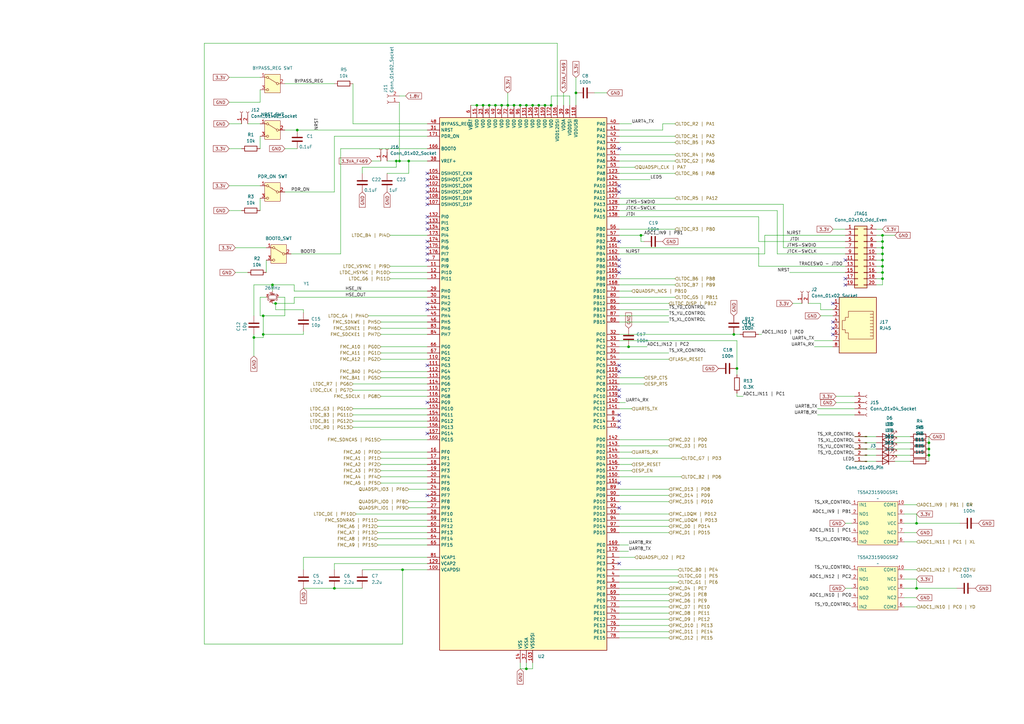
<source format=kicad_sch>
(kicad_sch (version 20231120) (generator "eeschema") (generator_version "8.0")
  (paper "A3")
  (lib_symbols
    (symbol "Connector:Conn_01x02_Socket" (pin_names (offset 1.016) hide)
      (property "Reference" "J" (at 0 2.54 0))
      (property "Value" "Conn_01x02_Socket" (at 0 -5.08 0))
      (symbol "Conn_01x02_Socket_1_1"
        (pin passive line (at -5.08 0 0) (length 3.81) (name "Pin_1") (number "1"))
        (pin passive line (at -5.08 -2.54 0) (length 3.81) (name "Pin_2") (number "2"))
      )
    )
    (symbol "Connector:Conn_01x04_Socket" (pin_names (offset 1.016) hide)
      (property "Reference" "J" (at 0 5.08 0))
      (property "Value" "Conn_01x04_Socket" (at 0 -7.62 0))
      (symbol "Conn_01x04_Socket_1_1"
        (pin passive line (at -5.08 2.54 0) (length 3.81) (name "Pin_1") (number "1"))
        (pin passive line (at -5.08 0 0) (length 3.81) (name "Pin_2") (number "2"))
        (pin passive line (at -5.08 -2.54 0) (length 3.81) (name "Pin_3") (number "3"))
        (pin passive line (at -5.08 -5.08 0) (length 3.81) (name "Pin_4") (number "4"))
      )
    )
    (symbol "Connector:Conn_01x05_Pin" (pin_names (offset 1.016) hide)
      (property "Reference" "J" (at 0 7.62 0))
      (property "Value" "Conn_01x05_Pin" (at 0 -7.62 0))
      (symbol "Conn_01x05_Pin_1_1"
        (pin passive line (at 5.08 5.08 180) (length 3.81) (name "Pin_1") (number "1"))
        (pin passive line (at 5.08 2.54 180) (length 3.81) (name "Pin_2") (number "2"))
        (pin passive line (at 5.08 0 180) (length 3.81) (name "Pin_3") (number "3"))
        (pin passive line (at 5.08 -2.54 180) (length 3.81) (name "Pin_4") (number "4"))
        (pin passive line (at 5.08 -5.08 180) (length 3.81) (name "Pin_5") (number "5"))
      )
    )
    (symbol "Connector:RJ45" (pin_names (offset 1.016))
      (property "Reference" "J" (at -5.08 13.97 0))
      (property "Value" "RJ45" (at 2.54 13.97 0))
      (symbol "RJ45_1_1"
        (pin passive line (at 10.16 -7.62 180) (length 2.54) (name "~") (number "1"))
        (pin passive line (at 10.16 -5.08 180) (length 2.54) (name "~") (number "2"))
        (pin passive line (at 10.16 -2.54 180) (length 2.54) (name "~") (number "3"))
        (pin passive line (at 10.16 0 180) (length 2.54) (name "~") (number "4"))
        (pin passive line (at 10.16 2.54 180) (length 2.54) (name "~") (number "5"))
        (pin passive line (at 10.16 5.08 180) (length 2.54) (name "~") (number "6"))
        (pin passive line (at 10.16 7.62 180) (length 2.54) (name "~") (number "7"))
        (pin passive line (at 10.16 10.16 180) (length 2.54) (name "~") (number "8"))
      )
    )
    (symbol "Connector_Generic:Conn_02x10_Odd_Even" (pin_names (offset 1.016) hide)
      (property "Reference" "J" (at 1.27 12.7 0))
      (property "Value" "Conn_02x10_Odd_Even" (at 1.27 -15.24 0))
      (symbol "Conn_02x10_Odd_Even_1_1"
        (pin passive line (at -5.08 10.16 0) (length 3.81) (name "Pin_1") (number "1"))
        (pin passive line (at 7.62 0 180) (length 3.81) (name "Pin_10") (number "10"))
        (pin passive line (at -5.08 -2.54 0) (length 3.81) (name "Pin_11") (number "11"))
        (pin passive line (at 7.62 -2.54 180) (length 3.81) (name "Pin_12") (number "12"))
        (pin passive line (at -5.08 -5.08 0) (length 3.81) (name "Pin_13") (number "13"))
        (pin passive line (at 7.62 -5.08 180) (length 3.81) (name "Pin_14") (number "14"))
        (pin passive line (at -5.08 -7.62 0) (length 3.81) (name "Pin_15") (number "15"))
        (pin passive line (at 7.62 -7.62 180) (length 3.81) (name "Pin_16") (number "16"))
        (pin passive line (at -5.08 -10.16 0) (length 3.81) (name "Pin_17") (number "17"))
        (pin passive line (at 7.62 -10.16 180) (length 3.81) (name "Pin_18") (number "18"))
        (pin passive line (at -5.08 -12.7 0) (length 3.81) (name "Pin_19") (number "19"))
        (pin passive line (at 7.62 10.16 180) (length 3.81) (name "Pin_2") (number "2"))
        (pin passive line (at 7.62 -12.7 180) (length 3.81) (name "Pin_20") (number "20"))
        (pin passive line (at -5.08 7.62 0) (length 3.81) (name "Pin_3") (number "3"))
        (pin passive line (at 7.62 7.62 180) (length 3.81) (name "Pin_4") (number "4"))
        (pin passive line (at -5.08 5.08 0) (length 3.81) (name "Pin_5") (number "5"))
        (pin passive line (at 7.62 5.08 180) (length 3.81) (name "Pin_6") (number "6"))
        (pin passive line (at -5.08 2.54 0) (length 3.81) (name "Pin_7") (number "7"))
        (pin passive line (at 7.62 2.54 180) (length 3.81) (name "Pin_8") (number "8"))
        (pin passive line (at -5.08 0 0) (length 3.81) (name "Pin_9") (number "9"))
      )
    )
    (symbol "Device:C" (pin_numbers hide) (pin_names (offset 0.254))
      (property "Reference" "C" (at 0.635 2.54 0))
      (property "Value" "C" (at 0.635 -2.54 0))
      (symbol "C_1_1"
        (pin passive line (at 0 3.81 270) (length 2.794) (name "~") (number "1"))
        (pin passive line (at 0 -3.81 90) (length 2.794) (name "~") (number "2"))
      )
    )
    (symbol "Device:Crystal_GND24_Small" (pin_names (offset 1.016) hide)
      (property "Reference" "Y" (at 1.27 4.445 0))
      (property "Value" "Crystal_GND24_Small" (at 1.27 2.54 0))
      (symbol "Crystal_GND24_Small_1_1"
        (pin passive line (at -2.54 0 0) (length 1.27) (name "1") (number "1"))
        (pin passive line (at 0 -2.54 90) (length 0.635) (name "2") (number "2"))
        (pin passive line (at 2.54 0 180) (length 1.27) (name "3") (number "3"))
        (pin passive line (at 0 2.54 270) (length 0.635) (name "4") (number "4"))
      )
    )
    (symbol "Device:LED" (pin_numbers hide) (pin_names (offset 1.016) hide)
      (property "Reference" "D" (at 0 2.54 0))
      (property "Value" "LED" (at 0 -2.54 0))
      (symbol "LED_1_1"
        (pin passive line (at -3.81 0 0) (length 2.54) (name "K") (number "1"))
        (pin passive line (at 3.81 0 180) (length 2.54) (name "A") (number "2"))
      )
    )
    (symbol "Device:R" (pin_numbers hide) (pin_names (offset 0))
      (property "Reference" "R" (at 2.032 0 90))
      (property "Value" "R" (at 0 0 90))
      (symbol "R_1_1"
        (pin passive line (at 0 3.81 270) (length 1.27) (name "~") (number "1"))
        (pin passive line (at 0 -3.81 90) (length 1.27) (name "~") (number "2"))
      )
    )
    (symbol "MCU_ST_STM32F4:STM32F469IITx"
      (property "Reference" "U1" (at 7.2741 -111.76 0))
      (property "Value" "STM32F469IITx" (at 7.2741 -114.3 0))
      (symbol "STM32F469IITx_1_1"
        (pin bidirectional line (at 40.64 -71.12 180) (length 5.08) (name "PE2") (number "1"))
        (pin bidirectional line (at 40.64 -17.78 180) (length 5.08) (name "PC15") (number "10"))
        (pin power_out line (at -38.1 -76.2 0) (length 5.08) (name "VCAPDSI") (number "100"))
        (pin bidirectional line (at -38.1 78.74 0) (length 5.08) (name "DSIHOST_D0P") (number "101"))
        (pin bidirectional line (at -38.1 81.28 0) (length 5.08) (name "DSIHOST_D0N") (number "102"))
        (pin power_in line (at 5.08 -114.3 90) (length 5.08) (name "VSSDSI") (number "103"))
        (pin bidirectional line (at -38.1 83.82 0) (length 5.08) (name "DSIHOST_CKP") (number "104"))
        (pin bidirectional line (at -38.1 86.36 0) (length 5.08) (name "DSIHOST_CKN") (number "105"))
        (pin power_in line (at 15.24 114.3 270) (length 5.08) (name "VDD12DSI") (number "106"))
        (pin bidirectional line (at -38.1 73.66 0) (length 5.08) (name "DSIHOST_D1P") (number "107"))
        (pin bidirectional line (at -38.1 76.2 0) (length 5.08) (name "DSIHOST_D1N") (number "108"))
        (pin passive line (at 5.08 -114.3 90) (length 5.08) hide (name "VSSDSI") (number "109"))
        (pin bidirectional line (at -38.1 48.26 0) (length 5.08) (name "PI9") (number "11"))
        (pin bidirectional line (at -38.1 10.16 0) (length 5.08) (name "PG2") (number "110"))
        (pin bidirectional line (at -38.1 7.62 0) (length 5.08) (name "PG3") (number "111"))
        (pin bidirectional line (at -38.1 5.08 0) (length 5.08) (name "PG4") (number "112"))
        (pin bidirectional line (at -38.1 2.54 0) (length 5.08) (name "PG5") (number "113"))
        (pin bidirectional line (at -38.1 0 0) (length 5.08) (name "PG6") (number "114"))
        (pin bidirectional line (at -38.1 -2.54 0) (length 5.08) (name "PG7") (number "115"))
        (pin bidirectional line (at -38.1 -5.08 0) (length 5.08) (name "PG8") (number "116"))
        (pin passive line (at 0 -114.3 90) (length 5.08) hide (name "VSS") (number "117"))
        (pin power_in line (at 22.86 114.3 270) (length 5.08) (name "VDDUSB") (number "118"))
        (pin bidirectional line (at 40.64 5.08 180) (length 5.08) (name "PC6") (number "119"))
        (pin bidirectional line (at -38.1 45.72 0) (length 5.08) (name "PI10") (number "12"))
        (pin bidirectional line (at 40.64 2.54 180) (length 5.08) (name "PC7") (number "120"))
        (pin bidirectional line (at 40.64 0 180) (length 5.08) (name "PC8") (number "121"))
        (pin bidirectional line (at 40.64 -2.54 180) (length 5.08) (name "PC9") (number "122"))
        (pin bidirectional line (at 40.64 86.36 180) (length 5.08) (name "PA8") (number "123"))
        (pin bidirectional line (at 40.64 83.82 180) (length 5.08) (name "PA9") (number "124"))
        (pin bidirectional line (at 40.64 81.28 180) (length 5.08) (name "PA10") (number "125"))
        (pin bidirectional line (at 40.64 78.74 180) (length 5.08) (name "PA11") (number "126"))
        (pin bidirectional line (at 40.64 76.2 180) (length 5.08) (name "PA12") (number "127"))
        (pin bidirectional line (at 40.64 73.66 180) (length 5.08) (name "PA13") (number "128"))
        (pin power_out line (at -38.1 -73.66 0) (length 5.08) (name "VCAP2") (number "129"))
        (pin bidirectional line (at -38.1 43.18 0) (length 5.08) (name "PI11") (number "13"))
        (pin passive line (at 0 -114.3 90) (length 5.08) hide (name "VSS") (number "130"))
        (pin power_in line (at 2.54 114.3 270) (length 5.08) (name "VDD") (number "131"))
        (pin bidirectional line (at -38.1 68.58 0) (length 5.08) (name "PI0") (number "132"))
        (pin bidirectional line (at -38.1 66.04 0) (length 5.08) (name "PI1") (number "133"))
        (pin bidirectional line (at -38.1 63.5 0) (length 5.08) (name "PI3") (number "134"))
        (pin passive line (at 0 -114.3 90) (length 5.08) hide (name "VSS") (number "135"))
        (pin power_in line (at 5.08 114.3 270) (length 5.08) (name "VDD") (number "136"))
        (pin bidirectional line (at 40.64 71.12 180) (length 5.08) (name "PA14") (number "137"))
        (pin bidirectional line (at 40.64 68.58 180) (length 5.08) (name "PA15") (number "138"))
        (pin bidirectional line (at 40.64 -5.08 180) (length 5.08) (name "PC10") (number "139"))
        (pin power_in line (at 0 -114.3 90) (length 5.08) (name "VSS") (number "14"))
        (pin bidirectional line (at 40.64 -7.62 180) (length 5.08) (name "PC11") (number "140"))
        (pin bidirectional line (at 40.64 -10.16 180) (length 5.08) (name "PC12") (number "141"))
        (pin bidirectional line (at 40.64 -22.86 180) (length 5.08) (name "PD0") (number "142"))
        (pin bidirectional line (at 40.64 -25.4 180) (length 5.08) (name "PD1") (number "143"))
        (pin bidirectional line (at 40.64 -27.94 180) (length 5.08) (name "PD2") (number "144"))
        (pin bidirectional line (at 40.64 -30.48 180) (length 5.08) (name "PD3") (number "145"))
        (pin bidirectional line (at 40.64 -33.02 180) (length 5.08) (name "PD4") (number "146"))
        (pin bidirectional line (at 40.64 -35.56 180) (length 5.08) (name "PD5") (number "147"))
        (pin passive line (at 0 -114.3 90) (length 5.08) hide (name "VSS") (number "148"))
        (pin power_in line (at 7.62 114.3 270) (length 5.08) (name "VDD") (number "149"))
        (pin power_in line (at -17.78 114.3 270) (length 5.08) (name "VDD") (number "15"))
        (pin bidirectional line (at 40.64 -38.1 180) (length 5.08) (name "PD6") (number "150"))
        (pin bidirectional line (at 40.64 -40.64 180) (length 5.08) (name "PD7") (number "151"))
        (pin bidirectional line (at -38.1 -7.62 0) (length 5.08) (name "PG9") (number "152"))
        (pin bidirectional line (at -38.1 -10.16 0) (length 5.08) (name "PG10") (number "153"))
        (pin bidirectional line (at -38.1 -12.7 0) (length 5.08) (name "PG11") (number "154"))
        (pin bidirectional line (at -38.1 -15.24 0) (length 5.08) (name "PG12") (number "155"))
        (pin bidirectional line (at -38.1 -17.78 0) (length 5.08) (name "PG13") (number "156"))
        (pin bidirectional line (at -38.1 -20.32 0) (length 5.08) (name "PG14") (number "157"))
        (pin passive line (at 0 -114.3 90) (length 5.08) hide (name "VSS") (number "158"))
        (pin power_in line (at 10.16 114.3 270) (length 5.08) (name "VDD") (number "159"))
        (pin bidirectional line (at -38.1 -27.94 0) (length 5.08) (name "PF0") (number "16"))
        (pin bidirectional line (at -38.1 -22.86 0) (length 5.08) (name "PG15") (number "160"))
        (pin bidirectional line (at 40.64 55.88 180) (length 5.08) (name "PB3") (number "161"))
        (pin bidirectional line (at 40.64 53.34 180) (length 5.08) (name "PB4") (number "162"))
        (pin bidirectional line (at 40.64 50.8 180) (length 5.08) (name "PB5") (number "163"))
        (pin bidirectional line (at 40.64 48.26 180) (length 5.08) (name "PB6") (number "164"))
        (pin bidirectional line (at 40.64 45.72 180) (length 5.08) (name "PB7") (number "165"))
        (pin input line (at -38.1 96.52 0) (length 5.08) (name "BOOT0") (number "166"))
        (pin bidirectional line (at 40.64 43.18 180) (length 5.08) (name "PB8") (number "167"))
        (pin bidirectional line (at 40.64 40.64 180) (length 5.08) (name "PB9") (number "168"))
        (pin bidirectional line (at 40.64 -66.04 180) (length 5.08) (name "PE0") (number "169"))
        (pin bidirectional line (at -38.1 -30.48 0) (length 5.08) (name "PF1") (number "17"))
        (pin bidirectional line (at 40.64 -68.58 180) (length 5.08) (name "PE1") (number "170"))
        (pin input line (at -38.1 101.6 0) (length 5.08) (name "PDR_ON") (number "171"))
        (pin power_in line (at 12.7 114.3 270) (length 5.08) (name "VDD") (number "172"))
        (pin bidirectional line (at -38.1 60.96 0) (length 5.08) (name "PI4") (number "173"))
        (pin bidirectional line (at -38.1 58.42 0) (length 5.08) (name "PI5") (number "174"))
        (pin bidirectional line (at -38.1 55.88 0) (length 5.08) (name "PI6") (number "175"))
        (pin bidirectional line (at -38.1 53.34 0) (length 5.08) (name "PI7") (number "176"))
        (pin bidirectional line (at -38.1 -33.02 0) (length 5.08) (name "PF2") (number "18"))
        (pin bidirectional line (at -38.1 -35.56 0) (length 5.08) (name "PF3") (number "19"))
        (pin bidirectional line (at 40.64 -73.66 180) (length 5.08) (name "PE3") (number "2"))
        (pin bidirectional line (at -38.1 -38.1 0) (length 5.08) (name "PF4") (number "20"))
        (pin bidirectional line (at -38.1 -40.64 0) (length 5.08) (name "PF5") (number "21"))
        (pin passive line (at 0 -114.3 90) (length 5.08) hide (name "VSS") (number "22"))
        (pin power_in line (at -15.24 114.3 270) (length 5.08) (name "VDD") (number "23"))
        (pin bidirectional line (at -38.1 -43.18 0) (length 5.08) (name "PF6") (number "24"))
        (pin bidirectional line (at -38.1 -45.72 0) (length 5.08) (name "PF7") (number "25"))
        (pin bidirectional line (at -38.1 -48.26 0) (length 5.08) (name "PF8") (number "26"))
        (pin bidirectional line (at -38.1 -50.8 0) (length 5.08) (name "PF9") (number "27"))
        (pin bidirectional line (at -38.1 -53.34 0) (length 5.08) (name "PF10") (number "28"))
        (pin bidirectional line (at -38.1 38.1 0) (length 5.08) (name "PH0") (number "29"))
        (pin bidirectional line (at 40.64 -76.2 180) (length 5.08) (name "PE4") (number "3"))
        (pin bidirectional line (at -38.1 35.56 0) (length 5.08) (name "PH1") (number "30"))
        (pin input line (at -38.1 104.14 0) (length 5.08) (name "NRST") (number "31"))
        (pin bidirectional line (at 40.64 20.32 180) (length 5.08) (name "PC0") (number "32"))
        (pin bidirectional line (at 40.64 17.78 180) (length 5.08) (name "PC1") (number "33"))
        (pin bidirectional line (at 40.64 15.24 180) (length 5.08) (name "PC2") (number "34"))
        (pin bidirectional line (at 40.64 12.7 180) (length 5.08) (name "PC3") (number "35"))
        (pin power_in line (at -12.7 114.3 270) (length 5.08) (name "VDD") (number "36"))
        (pin power_in line (at 2.54 -114.3 90) (length 5.08) (name "VSSA") (number "37"))
        (pin input line (at -38.1 91.44 0) (length 5.08) (name "VREF+") (number "38"))
        (pin power_in line (at 17.78 114.3 270) (length 5.08) (name "VDDA") (number "39"))
        (pin bidirectional line (at 40.64 -78.74 180) (length 5.08) (name "PE5") (number "4"))
        (pin bidirectional line (at 40.64 106.68 180) (length 5.08) (name "PA0") (number "40"))
        (pin bidirectional line (at 40.64 104.14 180) (length 5.08) (name "PA1") (number "41"))
        (pin bidirectional line (at 40.64 101.6 180) (length 5.08) (name "PA2") (number "42"))
        (pin bidirectional line (at -38.1 33.02 0) (length 5.08) (name "PH2") (number "43"))
        (pin bidirectional line (at -38.1 30.48 0) (length 5.08) (name "PH3") (number "44"))
        (pin bidirectional line (at -38.1 27.94 0) (length 5.08) (name "PH4") (number "45"))
        (pin bidirectional line (at -38.1 25.4 0) (length 5.08) (name "PH5") (number "46"))
        (pin bidirectional line (at 40.64 99.06 180) (length 5.08) (name "PA3") (number "47"))
        (pin input line (at -38.1 106.68 0) (length 5.08) (name "BYPASS_REG") (number "48"))
        (pin power_in line (at -10.16 114.3 270) (length 5.08) (name "VDD") (number "49"))
        (pin bidirectional line (at 40.64 -81.28 180) (length 5.08) (name "PE6") (number "5"))
        (pin bidirectional line (at 40.64 96.52 180) (length 5.08) (name "PA4") (number "50"))
        (pin bidirectional line (at 40.64 93.98 180) (length 5.08) (name "PA5") (number "51"))
        (pin bidirectional line (at 40.64 91.44 180) (length 5.08) (name "PA6") (number "52"))
        (pin bidirectional line (at 40.64 88.9 180) (length 5.08) (name "PA7") (number "53"))
        (pin bidirectional line (at 40.64 10.16 180) (length 5.08) (name "PC4") (number "54"))
        (pin bidirectional line (at 40.64 7.62 180) (length 5.08) (name "PC5") (number "55"))
        (pin bidirectional line (at 40.64 63.5 180) (length 5.08) (name "PB0") (number "56"))
        (pin bidirectional line (at 40.64 60.96 180) (length 5.08) (name "PB1") (number "57"))
        (pin bidirectional line (at 40.64 58.42 180) (length 5.08) (name "PB2") (number "58"))
        (pin bidirectional line (at -38.1 -55.88 0) (length 5.08) (name "PF11") (number "59"))
        (pin power_in line (at -20.32 114.3 270) (length 5.08) (name "VBAT") (number "6"))
        (pin bidirectional line (at -38.1 -58.42 0) (length 5.08) (name "PF12") (number "60"))
        (pin passive line (at 0 -114.3 90) (length 5.08) hide (name "VSS") (number "61"))
        (pin power_in line (at -7.62 114.3 270) (length 5.08) (name "VDD") (number "62"))
        (pin bidirectional line (at -38.1 -60.96 0) (length 5.08) (name "PF13") (number "63"))
        (pin bidirectional line (at -38.1 -63.5 0) (length 5.08) (name "PF14") (number "64"))
        (pin bidirectional line (at -38.1 -66.04 0) (length 5.08) (name "PF15") (number "65"))
        (pin bidirectional line (at -38.1 15.24 0) (length 5.08) (name "PG0") (number "66"))
        (pin bidirectional line (at -38.1 12.7 0) (length 5.08) (name "PG1") (number "67"))
        (pin bidirectional line (at 40.64 -83.82 180) (length 5.08) (name "PE7") (number "68"))
        (pin bidirectional line (at 40.64 -86.36 180) (length 5.08) (name "PE8") (number "69"))
        (pin bidirectional line (at -38.1 50.8 0) (length 5.08) (name "PI8") (number "7"))
        (pin bidirectional line (at 40.64 -88.9 180) (length 5.08) (name "PE9") (number "70"))
        (pin passive line (at 0 -114.3 90) (length 5.08) hide (name "VSS") (number "71"))
        (pin power_in line (at -5.08 114.3 270) (length 5.08) (name "VDD") (number "72"))
        (pin bidirectional line (at 40.64 -91.44 180) (length 5.08) (name "PE10") (number "73"))
        (pin bidirectional line (at 40.64 -93.98 180) (length 5.08) (name "PE11") (number "74"))
        (pin bidirectional line (at 40.64 -96.52 180) (length 5.08) (name "PE12") (number "75"))
        (pin bidirectional line (at 40.64 -99.06 180) (length 5.08) (name "PE13") (number "76"))
        (pin bidirectional line (at 40.64 -101.6 180) (length 5.08) (name "PE14") (number "77"))
        (pin bidirectional line (at 40.64 -104.14 180) (length 5.08) (name "PE15") (number "78"))
        (pin bidirectional line (at 40.64 38.1 180) (length 5.08) (name "PB10") (number "79"))
        (pin bidirectional line (at 40.64 -12.7 180) (length 5.08) (name "PC13") (number "8"))
        (pin bidirectional line (at 40.64 35.56 180) (length 5.08) (name "PB11") (number "80"))
        (pin power_out line (at -38.1 -71.12 0) (length 5.08) (name "VCAP1") (number "81"))
        (pin power_in line (at -2.54 114.3 270) (length 5.08) (name "VDD") (number "82"))
        (pin bidirectional line (at -38.1 22.86 0) (length 5.08) (name "PH6") (number "83"))
        (pin bidirectional line (at -38.1 20.32 0) (length 5.08) (name "PH7") (number "84"))
        (pin bidirectional line (at 40.64 33.02 180) (length 5.08) (name "PB12") (number "85"))
        (pin bidirectional line (at 40.64 30.48 180) (length 5.08) (name "PB13") (number "86"))
        (pin bidirectional line (at 40.64 27.94 180) (length 5.08) (name "PB14") (number "87"))
        (pin bidirectional line (at 40.64 25.4 180) (length 5.08) (name "PB15") (number "88"))
        (pin bidirectional line (at 40.64 -43.18 180) (length 5.08) (name "PD8") (number "89"))
        (pin bidirectional line (at 40.64 -15.24 180) (length 5.08) (name "PC14") (number "9"))
        (pin bidirectional line (at 40.64 -45.72 180) (length 5.08) (name "PD9") (number "90"))
        (pin bidirectional line (at 40.64 -48.26 180) (length 5.08) (name "PD10") (number "91"))
        (pin bidirectional line (at 40.64 -50.8 180) (length 5.08) (name "PD11") (number "92"))
        (pin bidirectional line (at 40.64 -53.34 180) (length 5.08) (name "PD12") (number "93"))
        (pin bidirectional line (at 40.64 -55.88 180) (length 5.08) (name "PD13") (number "94"))
        (pin passive line (at 0 -114.3 90) (length 5.08) hide (name "VSS") (number "95"))
        (pin power_in line (at 0 114.3 270) (length 5.08) (name "VDD") (number "96"))
        (pin bidirectional line (at 40.64 -58.42 180) (length 5.08) (name "PD14") (number "97"))
        (pin bidirectional line (at 40.64 -60.96 180) (length 5.08) (name "PD15") (number "98"))
        (pin power_in line (at 20.32 114.3 270) (length 5.08) (name "VDDDSI") (number "99"))
      )
    )
    (symbol "Switch:SW_SPDT" (pin_names (offset 0) hide)
      (property "Reference" "SW" (at 0 5.08 0))
      (property "Value" "SW_SPDT" (at 0 -5.08 0))
      (symbol "SW_SPDT_1_1"
        (pin passive line (at 5.08 2.54 180) (length 2.54) (name "A") (number "1"))
        (pin passive line (at -5.08 0 0) (length 2.54) (name "B") (number "2"))
        (pin passive line (at 5.08 -2.54 180) (length 2.54) (name "C") (number "3"))
      )
    )
    (symbol "TS5A23159DGSR:TS5A23159DGSR"
      (property "Reference" "TS5A23159DGSR" (at -0.508 -10.668 0))
      (symbol "TS5A23159DGSR_1_1"
        (pin input line (at -11.43 7.62 0) (length 2.54) (name "IN1") (number "1"))
        (pin bidirectional line (at 10.16 7.62 180) (length 2.54) (name "COM1") (number "10"))
        (pin bidirectional line (at -11.43 3.81 0) (length 2.54) (name "NO1") (number "2"))
        (pin input line (at -11.43 0 0) (length 2.54) (name "GND") (number "3"))
        (pin bidirectional line (at -11.43 -3.81 0) (length 2.54) (name "NO2") (number "4"))
        (pin input line (at -11.43 -7.62 0) (length 2.54) (name "IN2") (number "5"))
        (pin bidirectional line (at 10.16 -7.62 180) (length 2.54) (name "COM2") (number "6"))
        (pin bidirectional line (at 10.16 -3.81 180) (length 2.54) (name "NC2") (number "7"))
        (pin input line (at 10.16 0 180) (length 2.54) (name "VCC") (number "8"))
        (pin bidirectional line (at 10.16 3.81 180) (length 2.54) (name "NC1") (number "9"))
      )
    )
  )
  (junction (at 107.95 129.54))
  (junction (at 361.95 106.68))
  (junction (at 200.66 43.18))
  (junction (at 375.92 214.63))
  (junction (at 121.92 53.34))
  (junction (at 205.74 43.18))
  (junction (at 215.9 274.32))
  (junction (at 257.81 142.24))
  (junction (at 236.22 38.1))
  (junction (at 226.06 43.18))
  (junction (at 198.12 43.18))
  (junction (at 361.95 96.52))
  (junction (at 381 186.69))
  (junction (at 381 184.15))
  (junction (at 361.95 99.06))
  (junction (at 208.28 43.18))
  (junction (at 300.99 137.16))
  (junction (at 223.52 43.18))
  (junction (at 262.89 96.52))
  (junction (at 361.95 114.3))
  (junction (at 162.56 66.04))
  (junction (at 375.92 241.3))
  (junction (at 203.2 43.18))
  (junction (at 361.95 111.76))
  (junction (at 104.14 138.43))
  (junction (at 107.95 137.16))
  (junction (at 361.95 109.22))
  (junction (at 213.36 43.18))
  (junction (at 113.03 124.46))
  (junction (at 220.98 43.18))
  (junction (at 361.95 101.6))
  (junction (at 137.16 241.3))
  (junction (at 165.1 233.68))
  (junction (at 167.64 66.04))
  (junction (at 381 181.61))
  (junction (at 163.83 66.04))
  (junction (at 361.95 104.14))
  (junction (at 215.9 43.18))
  (junction (at 195.58 43.18))
  (junction (at 210.82 43.18))
  (junction (at 218.44 43.18))
  (junction (at 111.76 116.84))
  (junction (at 302.26 151.13))
  (no_connect (at 175.26 78.74))
  (no_connect (at 175.26 73.66))
  (no_connect (at 254 76.2))
  (no_connect (at 175.26 91.44))
  (no_connect (at 254 106.68))
  (no_connect (at 254 149.86))
  (no_connect (at 175.26 104.14))
  (no_connect (at 175.26 106.68))
  (no_connect (at 175.26 71.12))
  (no_connect (at 175.26 101.6))
  (no_connect (at 254 111.76))
  (no_connect (at 254 198.12))
  (no_connect (at 254 99.06))
  (no_connect (at 341.63 134.62))
  (no_connect (at 254 109.22))
  (no_connect (at 254 160.02))
  (no_connect (at 175.26 99.06))
  (no_connect (at 175.26 177.8))
  (no_connect (at 341.63 124.46))
  (no_connect (at 175.26 149.86))
  (no_connect (at 254 170.18))
  (no_connect (at 175.26 124.46))
  (no_connect (at 175.26 88.9))
  (no_connect (at 254 172.72))
  (no_connect (at 254 231.14))
  (no_connect (at 346.71 106.68))
  (no_connect (at 175.26 76.2))
  (no_connect (at 254 78.74))
  (no_connect (at 254 152.4))
  (no_connect (at 175.26 165.1))
  (no_connect (at 254 175.26))
  (no_connect (at 254 208.28))
  (no_connect (at 175.26 83.82))
  (no_connect (at 341.63 132.08))
  (no_connect (at 175.26 81.28))
  (no_connect (at 175.26 203.2))
  (no_connect (at 341.63 137.16))
  (no_connect (at 254 60.96))
  (no_connect (at 346.71 116.84))
  (no_connect (at 175.26 127))
  (no_connect (at 346.71 114.3))
  (no_connect (at 254 162.56))
  (no_connect (at 175.26 93.98))
  (wire (pts (xy 375.92 237.49) (xy 375.92 241.3)))
  (wire (pts (xy 254 185.42) (xy 259.08 185.42)))
  (wire (pts (xy 156.21 187.96) (xy 175.26 187.96)))
  (wire (pts (xy 334.01 139.7) (xy 341.63 139.7)))
  (wire (pts (xy 367.03 179.07) (xy 373.38 179.07)))
  (wire (pts (xy 381 181.61) (xy 381 184.15)))
  (wire (pts (xy 254 132.08) (xy 274.32 132.08)))
  (wire (pts (xy 254 236.22) (xy 278.13 236.22)))
  (wire (pts (xy 144.78 175.26) (xy 175.26 175.26)))
  (wire (pts (xy 116.84 121.92) (xy 114.3 121.92)))
  (wire (pts (xy 120.65 121.92) (xy 120.65 124.46)))
  (wire (pts (xy 93.98 41.91) (xy 106.68 41.91)))
  (wire (pts (xy 144.78 160.02) (xy 175.26 160.02)))
  (wire (pts (xy 254 223.52) (xy 257.81 223.52)))
  (wire (pts (xy 254 261.62) (xy 274.32 261.62)))
  (wire (pts (xy 254 127) (xy 274.32 127)))
  (wire (pts (xy 156.21 137.16) (xy 175.26 137.16)))
  (wire (pts (xy 137.16 55.88) (xy 175.26 55.88)))
  (wire (pts (xy 119.38 104.14) (xy 139.7 104.14)))
  (wire (pts (xy 106.68 81.28) (xy 106.68 86.36)))
  (wire (pts (xy 137.16 55.88) (xy 137.16 78.74)))
  (wire (pts (xy 96.52 101.6) (xy 109.22 101.6)))
  (wire (pts (xy 361.95 116.84) (xy 361.95 114.3)))
  (wire (pts (xy 381 184.15) (xy 381 186.69)))
  (wire (pts (xy 139.7 60.96) (xy 175.26 60.96)))
  (wire (pts (xy 262.89 99.06) (xy 262.89 96.52)))
  (wire (pts (xy 254 96.52) (xy 262.89 96.52)))
  (wire (pts (xy 254 71.12) (xy 276.86 71.12)))
  (wire (pts (xy 144.78 170.18) (xy 175.26 170.18)))
  (wire (pts (xy 302.26 151.13) (xy 302.26 153.67)))
  (wire (pts (xy 254 259.08) (xy 274.32 259.08)))
  (wire (pts (xy 116.84 129.54) (xy 116.84 121.92)))
  (wire (pts (xy 107.95 137.16) (xy 124.46 137.16)))
  (wire (pts (xy 137.16 241.3) (xy 148.59 241.3)))
  (wire (pts (xy 334.01 142.24) (xy 341.63 142.24)))
  (wire (pts (xy 254 58.42) (xy 276.86 58.42)))
  (wire (pts (xy 254 256.54) (xy 274.32 256.54)))
  (wire (pts (xy 342.9 162.56) (xy 350.52 162.56)))
  (wire (pts (xy 370.84 248.92) (xy 375.92 248.92)))
  (wire (pts (xy 193.04 43.18) (xy 195.58 43.18)))
  (wire (pts (xy 311.15 109.22) (xy 346.71 109.22)))
  (wire (pts (xy 124.46 137.16) (xy 124.46 135.89)))
  (wire (pts (xy 162.56 66.04) (xy 163.83 66.04)))
  (wire (pts (xy 367.03 184.15) (xy 373.38 184.15)))
  (wire (pts (xy 107.95 129.54) (xy 107.95 137.16)))
  (wire (pts (xy 120.65 121.92) (xy 175.26 121.92)))
  (wire (pts (xy 160.02 114.3) (xy 175.26 114.3)))
  (wire (pts (xy 361.95 106.68) (xy 359.41 106.68)))
  (wire (pts (xy 254 129.54) (xy 274.32 129.54)))
  (wire (pts (xy 107.95 138.43) (xy 107.95 137.16)))
  (wire (pts (xy 254 83.82) (xy 321.31 83.82)))
  (wire (pts (xy 165.1 264.16) (xy 165.1 233.68)))
  (wire (pts (xy 359.41 114.3) (xy 361.95 114.3)))
  (wire (pts (xy 370.84 207.01) (xy 375.92 207.01)))
  (wire (pts (xy 254 142.24) (xy 257.81 142.24)))
  (wire (pts (xy 254 88.9) (xy 311.15 88.9)))
  (wire (pts (xy 254 205.74) (xy 274.32 205.74)))
  (wire (pts (xy 350.52 179.07) (xy 359.41 179.07)))
  (wire (pts (xy 367.03 189.23) (xy 373.38 189.23)))
  (wire (pts (xy 220.98 43.18) (xy 223.52 43.18)))
  (wire (pts (xy 262.89 96.52) (xy 264.16 96.52)))
  (wire (pts (xy 167.64 71.12) (xy 167.64 66.04)))
  (wire (pts (xy 346.71 214.63) (xy 349.25 214.63)))
  (wire (pts (xy 254 248.92) (xy 274.32 248.92)))
  (wire (pts (xy 160.02 109.22) (xy 175.26 109.22)))
  (wire (pts (xy 233.68 39.37) (xy 226.06 39.37)))
  (wire (pts (xy 116.84 60.96) (xy 121.92 60.96)))
  (wire (pts (xy 359.41 111.76) (xy 361.95 111.76)))
  (wire (pts (xy 215.9 274.32) (xy 213.36 274.32)))
  (wire (pts (xy 254 238.76) (xy 278.13 238.76)))
  (wire (pts (xy 254 187.96) (xy 279.4 187.96)))
  (wire (pts (xy 254 254) (xy 274.32 254)))
  (wire (pts (xy 254 81.28) (xy 276.86 81.28)))
  (wire (pts (xy 208.28 43.18) (xy 210.82 43.18)))
  (wire (pts (xy 393.7 214.63) (xy 375.92 214.63)))
  (wire (pts (xy 254 180.34) (xy 274.32 180.34)))
  (wire (pts (xy 148.59 233.68) (xy 165.1 233.68)))
  (wire (pts (xy 167.64 208.28) (xy 175.26 208.28)))
  (wire (pts (xy 254 190.5) (xy 259.08 190.5)))
  (wire (pts (xy 336.55 127) (xy 341.63 127)))
  (wire (pts (xy 116.84 78.74) (xy 137.16 78.74)))
  (wire (pts (xy 93.98 76.2) (xy 106.68 76.2)))
  (wire (pts (xy 350.52 181.61) (xy 359.41 181.61)))
  (wire (pts (xy 254 210.82) (xy 274.32 210.82)))
  (wire (pts (xy 336.55 129.54) (xy 341.63 129.54)))
  (wire (pts (xy 154.94 218.44) (xy 175.26 218.44)))
  (wire (pts (xy 318.77 104.14) (xy 346.71 104.14)))
  (wire (pts (xy 243.84 38.1) (xy 248.92 38.1)))
  (wire (pts (xy 144.78 50.8) (xy 175.26 50.8)))
  (wire (pts (xy 381 186.69) (xy 381 189.23)))
  (wire (pts (xy 104.14 116.84) (xy 111.76 116.84)))
  (wire (pts (xy 361.95 96.52) (xy 367.03 96.52)))
  (wire (pts (xy 106.68 55.88) (xy 106.68 60.96)))
  (wire (pts (xy 361.95 114.3) (xy 361.95 111.76)))
  (wire (pts (xy 359.41 93.98) (xy 361.95 93.98)))
  (wire (pts (xy 350.52 184.15) (xy 359.41 184.15)))
  (wire (pts (xy 254 182.88) (xy 274.32 182.88)))
  (wire (pts (xy 152.4 66.04) (xy 156.21 66.04)))
  (wire (pts (xy 154.94 215.9) (xy 175.26 215.9)))
  (wire (pts (xy 111.76 119.38) (xy 111.76 116.84)))
  (wire (pts (xy 124.46 127) (xy 124.46 128.27)))
  (wire (pts (xy 223.52 43.18) (xy 226.06 43.18)))
  (wire (pts (xy 254 68.58) (xy 260.35 68.58)))
  (wire (pts (xy 218.44 43.18) (xy 220.98 43.18)))
  (wire (pts (xy 160.02 111.76) (xy 175.26 111.76)))
  (wire (pts (xy 254 73.66) (xy 266.7 73.66)))
  (wire (pts (xy 254 243.84) (xy 274.32 243.84)))
  (wire (pts (xy 116.84 53.34) (xy 121.92 53.34)))
  (wire (pts (xy 370.84 241.3) (xy 375.92 241.3)))
  (wire (pts (xy 254 121.92) (xy 276.86 121.92)))
  (wire (pts (xy 321.31 101.6) (xy 346.71 101.6)))
  (wire (pts (xy 158.75 71.12) (xy 167.64 71.12)))
  (wire (pts (xy 341.63 93.98) (xy 346.71 93.98)))
  (wire (pts (xy 367.03 181.61) (xy 373.38 181.61)))
  (wire (pts (xy 359.41 99.06) (xy 361.95 99.06)))
  (wire (pts (xy 254 195.58) (xy 279.4 195.58)))
  (wire (pts (xy 83.82 17.78) (xy 83.82 264.16)))
  (wire (pts (xy 101.6 50.8) (xy 106.68 50.8)))
  (wire (pts (xy 113.03 124.46) (xy 113.03 127)))
  (wire (pts (xy 156.21 195.58) (xy 175.26 195.58)))
  (wire (pts (xy 165.1 233.68) (xy 175.26 233.68)))
  (wire (pts (xy 162.56 68.58) (xy 162.56 66.04)))
  (wire (pts (xy 375.92 214.63) (xy 375.92 210.82)))
  (wire (pts (xy 120.65 119.38) (xy 175.26 119.38)))
  (wire (pts (xy 254 167.64) (xy 259.08 167.64)))
  (wire (pts (xy 302.26 139.7) (xy 302.26 151.13)))
  (wire (pts (xy 254 55.88) (xy 276.86 55.88)))
  (wire (pts (xy 215.9 43.18) (xy 218.44 43.18)))
  (wire (pts (xy 106.68 36.83) (xy 106.68 41.91)))
  (wire (pts (xy 254 251.46) (xy 274.32 251.46)))
  (wire (pts (xy 109.22 106.68) (xy 109.22 111.76)))
  (wire (pts (xy 96.52 111.76) (xy 101.6 111.76)))
  (wire (pts (xy 156.21 198.12) (xy 175.26 198.12)))
  (wire (pts (xy 104.14 138.43) (xy 104.14 137.16)))
  (wire (pts (xy 361.95 109.22) (xy 361.95 106.68)))
  (wire (pts (xy 254 213.36) (xy 274.32 213.36)))
  (wire (pts (xy 124.46 228.6) (xy 175.26 228.6)))
  (wire (pts (xy 257.81 142.24) (xy 265.43 142.24)))
  (wire (pts (xy 367.03 186.69) (xy 373.38 186.69)))
  (wire (pts (xy 156.21 154.94) (xy 175.26 154.94)))
  (wire (pts (xy 271.78 53.34) (xy 254 53.34)))
  (wire (pts (xy 359.41 109.22) (xy 361.95 109.22)))
  (wire (pts (xy 381 179.07) (xy 381 181.61)))
  (wire (pts (xy 361.95 104.14) (xy 361.95 101.6)))
  (wire (pts (xy 213.36 271.78) (xy 213.36 274.32)))
  (wire (pts (xy 137.16 231.14) (xy 137.16 233.68)))
  (wire (pts (xy 392.43 241.3) (xy 375.92 241.3)))
  (wire (pts (xy 342.9 165.1) (xy 350.52 165.1)))
  (wire (pts (xy 236.22 38.1) (xy 236.22 43.18)))
  (wire (pts (xy 93.98 31.75) (xy 106.68 31.75)))
  (wire (pts (xy 195.58 43.18) (xy 198.12 43.18)))
  (wire (pts (xy 106.68 129.54) (xy 107.95 129.54)))
  (wire (pts (xy 361.95 104.14) (xy 361.95 106.68)))
  (wire (pts (xy 254 228.6) (xy 260.35 228.6)))
  (wire (pts (xy 254 203.2) (xy 274.32 203.2)))
  (wire (pts (xy 254 93.98) (xy 276.86 93.98)))
  (wire (pts (xy 121.92 53.34) (xy 175.26 53.34)))
  (wire (pts (xy 120.65 116.84) (xy 120.65 119.38)))
  (wire (pts (xy 325.12 124.46) (xy 328.93 124.46)))
  (wire (pts (xy 111.76 124.46) (xy 113.03 124.46)))
  (wire (pts (xy 215.9 271.78) (xy 215.9 274.32)))
  (wire (pts (xy 370.84 222.25) (xy 375.92 222.25)))
  (wire (pts (xy 93.98 86.36) (xy 99.06 86.36)))
  (wire (pts (xy 167.64 200.66) (xy 175.26 200.66)))
  (wire (pts (xy 311.15 99.06) (xy 346.71 99.06)))
  (wire (pts (xy 107.95 129.54) (xy 116.84 129.54)))
  (wire (pts (xy 83.82 264.16) (xy 165.1 264.16)))
  (wire (pts (xy 218.44 274.32) (xy 215.9 274.32)))
  (wire (pts (xy 331.47 124.46) (xy 336.55 124.46)))
  (wire (pts (xy 370.84 237.49) (xy 375.92 237.49)))
  (wire (pts (xy 361.95 101.6) (xy 361.95 99.06)))
  (wire (pts (xy 321.31 83.82) (xy 321.31 101.6)))
  (wire (pts (xy 370.84 218.44) (xy 375.92 218.44)))
  (wire (pts (xy 163.83 41.91) (xy 163.83 66.04)))
  (wire (pts (xy 350.52 186.69) (xy 359.41 186.69)))
  (wire (pts (xy 124.46 228.6) (xy 124.46 233.68)))
  (wire (pts (xy 346.71 241.3) (xy 349.25 241.3)))
  (wire (pts (xy 139.7 104.14) (xy 139.7 60.96)))
  (wire (pts (xy 154.94 213.36) (xy 175.26 213.36)))
  (wire (pts (xy 167.64 66.04) (xy 175.26 66.04)))
  (wire (pts (xy 254 66.04) (xy 276.86 66.04)))
  (wire (pts (xy 156.21 152.4) (xy 175.26 152.4)))
  (wire (pts (xy 254 200.66) (xy 274.32 200.66)))
  (wire (pts (xy 226.06 39.37) (xy 226.06 43.18)))
  (wire (pts (xy 264.16 99.06) (xy 262.89 99.06)))
  (wire (pts (xy 156.21 190.5) (xy 175.26 190.5)))
  (wire (pts (xy 148.59 68.58) (xy 162.56 68.58)))
  (wire (pts (xy 254 193.04) (xy 259.08 193.04)))
  (wire (pts (xy 254 241.3) (xy 274.32 241.3)))
  (wire (pts (xy 146.05 210.82) (xy 175.26 210.82)))
  (wire (pts (xy 148.59 71.12) (xy 148.59 68.58)))
  (wire (pts (xy 156.21 134.62) (xy 175.26 134.62)))
  (wire (pts (xy 156.21 193.04) (xy 175.26 193.04)))
  (wire (pts (xy 323.85 111.76) (xy 346.71 111.76)))
  (wire (pts (xy 236.22 31.75) (xy 236.22 38.1)))
  (wire (pts (xy 254 154.94) (xy 264.16 154.94)))
  (wire (pts (xy 335.28 170.18) (xy 350.52 170.18)))
  (wire (pts (xy 361.95 111.76) (xy 361.95 109.22)))
  (wire (pts (xy 198.12 43.18) (xy 200.66 43.18)))
  (wire (pts (xy 271.78 50.8) (xy 271.78 53.34)))
  (wire (pts (xy 218.44 271.78) (xy 218.44 274.32)))
  (wire (pts (xy 156.21 144.78) (xy 175.26 144.78)))
  (wire (pts (xy 106.68 121.92) (xy 106.68 129.54)))
  (wire (pts (xy 311.15 137.16) (xy 312.42 137.16)))
  (wire (pts (xy 370.84 214.63) (xy 375.92 214.63)))
  (wire (pts (xy 208.28 38.1) (xy 208.28 43.18)))
  (wire (pts (xy 137.16 231.14) (xy 175.26 231.14)))
  (wire (pts (xy 302.26 162.56) (xy 302.26 161.29)))
  (wire (pts (xy 228.6 17.78) (xy 228.6 43.18)))
  (wire (pts (xy 144.78 157.48) (xy 175.26 157.48)))
  (wire (pts (xy 203.2 43.18) (xy 205.74 43.18)))
  (wire (pts (xy 254 165.1) (xy 256.54 165.1)))
  (wire (pts (xy 254 226.06) (xy 257.81 226.06)))
  (wire (pts (xy 311.15 101.6) (xy 311.15 109.22)))
  (wire (pts (xy 318.77 86.36) (xy 318.77 104.14)))
  (wire (pts (xy 200.66 43.18) (xy 203.2 43.18)))
  (wire (pts (xy 151.13 129.54) (xy 175.26 129.54)))
  (wire (pts (xy 370.84 210.82) (xy 375.92 210.82)))
  (wire (pts (xy 205.74 43.18) (xy 208.28 43.18)))
  (wire (pts (xy 254 119.38) (xy 259.08 119.38)))
  (wire (pts (xy 154.94 223.52) (xy 175.26 223.52)))
  (wire (pts (xy 144.78 167.64) (xy 175.26 167.64)))
  (wire (pts (xy 254 116.84) (xy 276.86 116.84)))
  (wire (pts (xy 254 246.38) (xy 274.32 246.38)))
  (wire (pts (xy 254 50.8) (xy 259.08 50.8)))
  (wire (pts (xy 254 139.7) (xy 302.26 139.7)))
  (wire (pts (xy 361.95 99.06) (xy 361.95 96.52)))
  (wire (pts (xy 254 124.46) (xy 274.32 124.46)))
  (wire (pts (xy 167.64 205.74) (xy 175.26 205.74)))
  (wire (pts (xy 254 147.32) (xy 274.32 147.32)))
  (wire (pts (xy 93.98 50.8) (xy 99.06 50.8)))
  (wire (pts (xy 311.15 99.06) (xy 311.15 88.9)))
  (wire (pts (xy 254 144.78) (xy 274.32 144.78)))
  (wire (pts (xy 254 114.3) (xy 276.86 114.3)))
  (wire (pts (xy 254 157.48) (xy 264.16 157.48)))
  (wire (pts (xy 271.78 50.8) (xy 276.86 50.8)))
  (wire (pts (xy 336.55 124.46) (xy 336.55 127)))
  (wire (pts (xy 254 86.36) (xy 318.77 86.36)))
  (wire (pts (xy 359.41 104.14) (xy 361.95 104.14)))
  (wire (pts (xy 231.14 38.1) (xy 231.14 43.18)))
  (wire (pts (xy 120.65 124.46) (xy 113.03 124.46)))
  (wire (pts (xy 93.98 60.96) (xy 99.06 60.96)))
  (wire (pts (xy 104.14 138.43) (xy 104.14 146.05)))
  (wire (pts (xy 313.69 104.14) (xy 313.69 96.52)))
  (wire (pts (xy 104.14 129.54) (xy 104.14 116.84)))
  (wire (pts (xy 144.78 34.29) (xy 144.78 50.8)))
  (wire (pts (xy 300.99 137.16) (xy 303.53 137.16)))
  (wire (pts (xy 116.84 34.29) (xy 137.16 34.29)))
  (wire (pts (xy 359.41 96.52) (xy 361.95 96.52)))
  (wire (pts (xy 163.83 66.04) (xy 167.64 66.04)))
  (wire (pts (xy 160.02 96.52) (xy 175.26 96.52)))
  (wire (pts (xy 254 104.14) (xy 313.69 104.14)))
  (wire (pts (xy 370.84 233.68) (xy 375.92 233.68)))
  (wire (pts (xy 254 215.9) (xy 274.32 215.9)))
  (wire (pts (xy 210.82 43.18) (xy 213.36 43.18)))
  (wire (pts (xy 254 63.5) (xy 276.86 63.5)))
  (wire (pts (xy 213.36 43.18) (xy 215.9 43.18)))
  (wire (pts (xy 163.83 39.37) (xy 166.37 39.37)))
  (wire (pts (xy 359.41 116.84) (xy 361.95 116.84)))
  (wire (pts (xy 233.68 43.18) (xy 233.68 39.37)))
  (wire (pts (xy 350.52 189.23) (xy 359.41 189.23)))
  (wire (pts (xy 254 218.44) (xy 274.32 218.44)))
  (wire (pts (xy 158.75 66.04) (xy 162.56 66.04)))
  (wire (pts (xy 156.21 162.56) (xy 175.26 162.56)))
  (wire (pts (xy 104.14 138.43) (xy 107.95 138.43)))
  (wire (pts (xy 254 233.68) (xy 278.13 233.68)))
  (wire (pts (xy 370.84 245.11) (xy 375.92 245.11)))
  (wire (pts (xy 254 101.6) (xy 311.15 101.6)))
  (wire (pts (xy 156.21 132.08) (xy 175.26 132.08)))
  (wire (pts (xy 156.21 180.34) (xy 175.26 180.34)))
  (wire (pts (xy 335.28 167.64) (xy 350.52 167.64)))
  (wire (pts (xy 137.16 241.3) (xy 124.46 241.3)))
  (wire (pts (xy 111.76 116.84) (xy 120.65 116.84)))
  (wire (pts (xy 156.21 147.32) (xy 175.26 147.32)))
  (wire (pts (xy 144.78 172.72) (xy 175.26 172.72)))
  (wire (pts (xy 113.03 127) (xy 124.46 127)))
  (wire (pts (xy 154.94 220.98) (xy 175.26 220.98)))
  (wire (pts (xy 359.41 101.6) (xy 361.95 101.6)))
  (wire (pts (xy 109.22 121.92) (xy 106.68 121.92)))
  (wire (pts (xy 313.69 96.52) (xy 346.71 96.52)))
  (wire (pts (xy 228.6 17.78) (xy 83.82 17.78)))
  (wire (pts (xy 156.21 185.42) (xy 175.26 185.42)))
  (wire (pts (xy 156.21 142.24) (xy 175.26 142.24)))
  (wire (pts (xy 304.8 162.56) (xy 302.26 162.56)))
  (wire (pts (xy 254 137.16) (xy 300.99 137.16)))
  (label "NRST" (at 130.81 53.34 90))
  (label "TS_XR_CONTROL" (at 350.52 179.07 180))
  (label "ADC1_IN11 | PC1" (at 349.25 218.44 180))
  (label "TRACESWO - JTDO" (at 327.66 109.22 0))
  (label "NRST" (at 323.85 111.76 180))
  (label "TS_XR_CONTROL" (at 274.32 144.78 0))
  (label "BOOT0" (at 123.19 104.14 0))
  (label "ADC1_IN11 | PC1" (at 304.8 162.56 0))
  (label "ADC1_IN9 | PB1" (at 349.25 210.82 180))
  (label "UART4_RX" (at 256.54 165.1 0))
  (label "TS_XL_CONTROL" (at 349.25 222.25 180))
  (label "TS_YD_CONTROL" (at 350.52 186.69 180))
  (label "TS_YD_CONTROL" (at 274.32 127 0))
  (label "UART8_RX" (at 335.28 170.18 180))
  (label "LED5" (at 266.7 73.66 0))
  (label "TS_YD_CONTROL" (at 349.25 248.92 180))
  (label "TS_YU_CONTROL" (at 274.32 129.54 0))
  (label "UART8_TX" (at 257.81 226.06 0))
  (label "ADC1_IN10 | PC0" (at 349.25 245.11 180))
  (label "NJRST" (at 256.54 104.14 0))
  (label "ADC1_IN12 | PC2" (at 265.43 142.24 0))
  (label "JTDI" (at 323.85 99.06 0))
  (label "UART8_TX" (at 335.28 167.64 180))
  (label "HSE_IN" (at 141.605 119.38 0))
  (label "TS_YU_CONTROL" (at 349.25 233.68 180))
  (label "JTCK-SWCLK" (at 256.54 86.36 0))
  (label "TS_YU_CONTROL" (at 350.52 184.15 180))
  (label "JTCK-SWCLK" (at 322.58 104.14 0))
  (label "TS_XR_CONTROL" (at 349.25 207.01 180))
  (label "NJRST" (at 322.58 96.52 0))
  (label "ADC1_IN9 | PB1" (at 264.16 96.52 0))
  (label "UART4_RX" (at 334.01 142.24 180))
  (label "UART4_TX" (at 334.01 139.7 180))
  (label "JTMS-SWDIO" (at 256.54 83.82 0))
  (label "BYPASS_REG" (at 120.65 34.29 0))
  (label "UART8_RX" (at 257.81 223.52 0))
  (label "ADC1_IN12 | PC2" (at 349.25 237.49 180))
  (label "UART4_TX" (at 259.08 50.8 0))
  (label "PDR_ON" (at 119.38 78.74 0))
  (label "JTMS-SWDIO" (at 322.58 101.6 0))
  (label "ADC1_IN10 | PC0" (at 312.42 137.16 0))
  (label "HSE_OUT" (at 141.605 121.92 0))
  (label "LED5" (at 350.52 189.23 180))
  (label "JTDI" (at 256.54 88.9 0))
  (label "TS_XL_CONTROL" (at 350.52 181.61 180))
  (label "TS_XL_CONTROL" (at 274.32 132.08 0))
  (global_label "GND" (shape input) (at 124.46 241.3 270) (property "Intersheetrefs" "${INTERSHEET_REFS}" (effects (hide yes))))
  (global_label "GND" (shape input) (at 375.92 218.44 0) (property "Intersheetrefs" "${INTERSHEET_REFS}" (effects (hide yes))))
  (global_label "GND" (shape input) (at 294.64 151.13 180) (property "Intersheetrefs" "${INTERSHEET_REFS}" (effects (hide yes))))
  (global_label "GND" (shape input) (at 336.55 129.54 180) (property "Intersheetrefs" "${INTERSHEET_REFS}" (effects (hide yes))))
  (global_label "GND" (shape input) (at 342.9 165.1 180) (property "Intersheetrefs" "${INTERSHEET_REFS}" (effects (hide yes))))
  (global_label "GND" (shape input) (at 148.59 78.74 270) (property "Intersheetrefs" "${INTERSHEET_REFS}" (effects (hide yes))))
  (global_label "GND" (shape input) (at 401.32 214.63 0) (property "Intersheetrefs" "${INTERSHEET_REFS}" (effects (hide yes))))
  (global_label "GND" (shape input) (at 346.71 214.63 180) (property "Intersheetrefs" "${INTERSHEET_REFS}" (effects (hide yes))))
  (global_label "3.3V" (shape input) (at 325.12 124.46 180) (property "Intersheetrefs" "${INTERSHEET_REFS}" (effects (hide yes))))
  (global_label "GND" (shape input) (at 116.84 60.96 180) (property "Intersheetrefs" "${INTERSHEET_REFS}" (effects (hide yes))))
  (global_label "3.3V" (shape input) (at 208.28 38.1 90) (property "Intersheetrefs" "${INTERSHEET_REFS}" (effects (hide yes))))
  (global_label "3.3V" (shape input) (at 96.52 101.6 180) (property "Intersheetrefs" "${INTERSHEET_REFS}" (effects (hide yes))))
  (global_label "GND" (shape input) (at 257.81 134.62 90) (property "Intersheetrefs" "${INTERSHEET_REFS}" (effects (hide yes))))
  (global_label "GND" (shape input) (at 96.52 111.76 180) (property "Intersheetrefs" "${INTERSHEET_REFS}" (effects (hide yes))))
  (global_label "GND" (shape input) (at 271.78 99.06 0) (property "Intersheetrefs" "${INTERSHEET_REFS}" (effects (hide yes))))
  (global_label "GND" (shape input) (at 93.98 86.36 180) (property "Intersheetrefs" "${INTERSHEET_REFS}" (effects (hide yes))))
  (global_label "3.3VA_F469" (shape input) (at 231.14 38.1 90) (property "Intersheetrefs" "${INTERSHEET_REFS}" (effects (hide yes))))
  (global_label "GND" (shape input) (at 346.71 241.3 180) (property "Intersheetrefs" "${INTERSHEET_REFS}" (effects (hide yes))))
  (global_label "GND" (shape input) (at 367.03 96.52 0) (property "Intersheetrefs" "${INTERSHEET_REFS}" (effects (hide yes))))
  (global_label "GND" (shape input) (at 158.75 78.74 270) (property "Intersheetrefs" "${INTERSHEET_REFS}" (effects (hide yes))))
  (global_label "3.3VA_F469" (shape input) (at 152.4 66.04 180) (property "Intersheetrefs" "${INTERSHEET_REFS}" (effects (hide yes))))
  (global_label "3.3V" (shape input) (at 375.92 210.82 0) (property "Intersheetrefs" "${INTERSHEET_REFS}" (effects (hide yes))))
  (global_label "GND" (shape input) (at 248.92 38.1 0) (property "Intersheetrefs" "${INTERSHEET_REFS}" (effects (hide yes))))
  (global_label "3.3V" (shape input) (at 93.98 31.75 180) (property "Intersheetrefs" "${INTERSHEET_REFS}" (effects (hide yes))))
  (global_label "GND" (shape input) (at 104.14 146.05 270) (property "Intersheetrefs" "${INTERSHEET_REFS}" (effects (hide yes))))
  (global_label "GND" (shape input) (at 300.99 129.54 90) (property "Intersheetrefs" "${INTERSHEET_REFS}" (effects (hide yes))))
  (global_label "GND" (shape input) (at 375.92 245.11 0) (property "Intersheetrefs" "${INTERSHEET_REFS}" (effects (hide yes))))
  (global_label "3.3V" (shape input) (at 236.22 31.75 90) (property "Intersheetrefs" "${INTERSHEET_REFS}" (effects (hide yes))))
  (global_label "3.3V" (shape input) (at 93.98 60.96 180) (property "Intersheetrefs" "${INTERSHEET_REFS}" (effects (hide yes))))
  (global_label "GND" (shape input) (at 213.36 274.32 270) (property "Intersheetrefs" "${INTERSHEET_REFS}" (effects (hide yes))))
  (global_label "3.3V" (shape input) (at 375.92 237.49 0) (property "Intersheetrefs" "${INTERSHEET_REFS}" (effects (hide yes))))
  (global_label "3.3V" (shape input) (at 341.63 93.98 180) (property "Intersheetrefs" "${INTERSHEET_REFS}" (effects (hide yes))))
  (global_label "1.8V" (shape input) (at 166.37 39.37 0) (property "Intersheetrefs" "${INTERSHEET_REFS}" (effects (hide yes))))
  (global_label "GND" (shape input) (at 93.98 41.91 180) (property "Intersheetrefs" "${INTERSHEET_REFS}" (effects (hide yes))))
  (global_label "3.3V" (shape input) (at 361.95 93.98 0) (property "Intersheetrefs" "${INTERSHEET_REFS}" (effects (hide yes))))
  (global_label "3.3V" (shape input) (at 342.9 162.56 180) (property "Intersheetrefs" "${INTERSHEET_REFS}" (effects (hide yes))))
  (global_label "3.3V" (shape input) (at 93.98 76.2 180) (property "Intersheetrefs" "${INTERSHEET_REFS}" (effects (hide yes))))
  (global_label "GND" (shape input) (at 93.98 50.8 180) (property "Intersheetrefs" "${INTERSHEET_REFS}" (effects (hide yes))))
  (global_label "GND" (shape input) (at 400.05 241.3 0) (property "Intersheetrefs" "${INTERSHEET_REFS}" (effects (hide yes))))
  (global_label "GND" (shape input) (at 381 179.07 0) (property "Intersheetrefs" "${INTERSHEET_REFS}" (effects (hide yes))))
  (hierarchical_label "UART5_RX" (shape input) (at 259.08 185.42 0))
  (hierarchical_label "LTDC_B3 | PG11" (shape input) (at 144.78 170.18 180))
  (hierarchical_label "FMC_SDNWE | PH5" (shape input) (at 156.21 132.08 180))
  (hierarchical_label "FMC_D7 | PE10" (shape input) (at 274.32 248.92 0))
  (hierarchical_label "UART5_TX" (shape input) (at 259.08 167.64 0))
  (hierarchical_label "LTDC_R6 | PA8" (shape input) (at 276.86 71.12 0))
  (hierarchical_label "QUADSPI_IO1 | PF9" (shape input) (at 167.64 208.28 180))
  (hierarchical_label "FMC_SDCKE1 | PH7" (shape input) (at 156.21 137.16 180))
  (hierarchical_label "FMC_D13 | PD8" (shape input) (at 274.32 200.66 0))
  (hierarchical_label "FMC_SDNE1 | PH6" (shape input) (at 156.21 134.62 180))
  (hierarchical_label "FMC_D5 | PE8" (shape input) (at 274.32 243.84 0))
  (hierarchical_label "FMC_BA1 | PG5" (shape input) (at 156.21 154.94 180))
  (hierarchical_label "QUADSPI_IO2 | PE2" (shape input) (at 260.35 228.6 0))
  (hierarchical_label "LTDC_DE | PF10" (shape input) (at 146.05 210.82 180))
  (hierarchical_label "FMC_D12 | PE15" (shape input) (at 274.32 261.62 0))
  (hierarchical_label "LTDC_G4 | PH4" (shape input) (at 151.13 129.54 180))
  (hierarchical_label "FMC_D0 | PD14" (shape input) (at 274.32 215.9 0))
  (hierarchical_label "FMC_SDNRAS | PF11" (shape input) (at 154.94 213.36 180))
  (hierarchical_label "LTDC_B2 | PD6" (shape input) (at 279.4 195.58 0))
  (hierarchical_label "FMC_D4 | PE7" (shape input) (at 274.32 241.3 0))
  (hierarchical_label "FLASH_RESET" (shape input) (at 274.32 147.32 0))
  (hierarchical_label "FMC_A0 | PF0" (shape input) (at 156.21 185.42 180))
  (hierarchical_label "LTDC_R1 | PA2" (shape input) (at 276.86 55.88 0))
  (hierarchical_label "LTDC_R2 | PA1" (shape input) (at 276.86 50.8 0))
  (hierarchical_label "LTDC_VSYNC | PI9" (shape input) (at 160.02 109.22 180))
  (hierarchical_label "LTDC_R7 | PG6" (shape input) (at 144.78 157.48 180))
  (hierarchical_label "ESP_RESET" (shape input) (at 259.08 190.5 0))
  (hierarchical_label "ESP_RTS" (shape input) (at 264.16 157.48 0))
  (hierarchical_label "FMC_D11 | PE14" (shape input) (at 274.32 259.08 0))
  (hierarchical_label "LTDC_B0 | PE4" (shape input) (at 278.13 233.68 0))
  (hierarchical_label "LTDC_B1 | PG12" (shape input) (at 144.78 172.72 180))
  (hierarchical_label "FMC_A11 | PG1" (shape input) (at 156.21 144.78 180))
  (hierarchical_label "LTDC_B7 | PB9" (shape input) (at 276.86 116.84 0))
  (hierarchical_label "FMC_SDNCAS | PG15" (shape input) (at 156.21 180.34 180))
  (hierarchical_label "FMC_D3 | PD1" (shape input) (at 274.32 182.88 0))
  (hierarchical_label "LTDC_DISP | PB12" (shape input) (at 274.32 124.46 0))
  (hierarchical_label "LTDC_G1 | PE6" (shape input) (at 278.13 238.76 0))
  (hierarchical_label "FMC_D10 | PE13" (shape input) (at 274.32 256.54 0))
  (hierarchical_label "FMC_D8 | PE11" (shape input) (at 274.32 251.46 0))
  (hierarchical_label "QUADSPI_NCS | PB10" (shape input) (at 259.08 119.38 0))
  (hierarchical_label "QUADSPI_IO3 | PF6" (shape input) (at 167.64 200.66 180))
  (hierarchical_label "FMC_A4 | PF4" (shape input) (at 156.21 195.58 180))
  (hierarchical_label "FMC_SDCLK | PG8" (shape input) (at 156.21 162.56 180))
  (hierarchical_label "LTDC_G0 | PE5" (shape input) (at 278.13 236.22 0))
  (hierarchical_label "FMC_A7 | PF13" (shape input) (at 154.94 218.44 180))
  (hierarchical_label "ADC1_IN12 | PC2 | YU" (shape input) (at 375.92 233.68 0))
  (hierarchical_label "LTDC_B4 | PI4" (shape input) (at 160.02 96.52 180))
  (hierarchical_label "LTDC_G2 | PA6" (shape input) (at 276.86 66.04 0))
  (hierarchical_label "QUADSPI_CLK | PA7" (shape input) (at 260.35 68.58 0))
  (hierarchical_label "LTDC_R0 | PG13" (shape input) (at 144.78 175.26 180))
  (hierarchical_label "FMC_A5 | PF5" (shape input) (at 156.21 198.12 180))
  (hierarchical_label "LTDC_G6 | PI11" (shape input) (at 160.02 114.3 180))
  (hierarchical_label "FMC_D6 | PE9" (shape input) (at 274.32 246.38 0))
  (hierarchical_label "LTDC_G3 | PG10" (shape input) (at 144.78 167.64 180))
  (hierarchical_label "FMC_A8 | PF14" (shape input) (at 154.94 220.98 180))
  (hierarchical_label "FMC_A12 | PG2" (shape input) (at 156.21 147.32 180))
  (hierarchical_label "LTDC_G5 | PB11" (shape input) (at 276.86 121.92 0))
  (hierarchical_label "FMC_UDQM | PD13" (shape input) (at 274.32 213.36 0))
  (hierarchical_label "ESP_EN" (shape input) (at 259.08 193.04 0))
  (hierarchical_label "LTDC_B5 | PA3" (shape input) (at 276.86 58.42 0))
  (hierarchical_label "FMC_A10 | PG0" (shape input) (at 156.21 142.24 180))
  (hierarchical_label "FMC_A1 | PF1" (shape input) (at 156.21 187.96 180))
  (hierarchical_label "FMC_D9 | PE12" (shape input) (at 274.32 254 0))
  (hierarchical_label "LTDC_CLK | PG7" (shape input) (at 144.78 160.02 180))
  (hierarchical_label "FMC_LDQM | PD12" (shape input) (at 274.32 210.82 0))
  (hierarchical_label "LTDC_R5 | PA12" (shape input) (at 276.86 81.28 0))
  (hierarchical_label "ESP_CTS" (shape input) (at 264.16 154.94 0))
  (hierarchical_label "ADC1_IN9 | PB1 | XR" (shape input) (at 375.92 207.01 0))
  (hierarchical_label "FMC_D15 | PD10" (shape input) (at 274.32 205.74 0))
  (hierarchical_label "FMC_A2 | PF2" (shape input) (at 156.21 190.5 180))
  (hierarchical_label "LTDC_B6 | PB8" (shape input) (at 276.86 114.3 0))
  (hierarchical_label "ADC1_IN11 | PC1 | XL" (shape input) (at 375.92 222.25 0))
  (hierarchical_label "FMC_BA0 | PG4" (shape input) (at 156.21 152.4 180))
  (hierarchical_label "ADC1_IN10 | PC0 | YD" (shape input) (at 375.92 248.92 0))
  (hierarchical_label "FMC_A3 | PF3" (shape input) (at 156.21 193.04 180))
  (hierarchical_label "QUADSPI_IO0 | PF8" (shape input) (at 167.64 205.74 180))
  (hierarchical_label "FMC_D1 | PD15" (shape input) (at 274.32 218.44 0))
  (hierarchical_label "FMC_A9 | PF15" (shape input) (at 154.94 223.52 180))
  (hierarchical_label "LTDC_R4 | PA5" (shape input) (at 276.86 63.5 0))
  (hierarchical_label "LTDC_R3 | PB0" (shape input) (at 276.86 93.98 0))
  (hierarchical_label "LTDC_HSYNC | PI10" (shape input) (at 160.02 111.76 180))
  (hierarchical_label "LTDC_G7 | PD3" (shape input) (at 279.4 187.96 0))
  (hierarchical_label "FMC_D14 | PD9" (shape input) (at 274.32 203.2 0))
  (hierarchical_label "FMC_A6 | PF12" (shape input) (at 154.94 215.9 180))
  (hierarchical_label "FMC_D2 | PD0" (shape input) (at 274.32 180.34 0))
  (symbol (lib_id "Device:C") (at 148.59 74.93 180) (unit 1)
    (property "Reference" "C22" (at 152.4 73.6599 0) (effects (justify right)))
    (property "Value" "0.1uF" (at 149.352 77.978 0) (effects (justify right)))
    (property "Footprint" "Capacitor_SMD:C_0402_1005Metric" (effects (hide yes)))
    (property "Description" "Unpolarized capacitor" (effects (hide yes)))
  )
  (symbol (lib_id "Device:C") (at 158.75 74.93 180) (unit 1)
    (property "Reference" "C23" (at 162.56 73.6599 0) (effects (justify right)))
    (property "Value" "1uF" (at 159.512 77.978 0) (effects (justify right)))
    (property "Footprint" "Capacitor_SMD:C_0402_1005Metric" (effects (hide yes)))
    (property "Description" "Unpolarized capacitor" (effects (hide yes)))
  )
  (symbol (lib_id "Device:C") (at 300.99 133.35 0) (unit 1)
    (property "Reference" "C16" (at 304.165 132.0799 0) (effects (justify left)))
    (property "Value" "100n" (at 304.165 134.6199 0) (effects (justify left)))
    (property "Footprint" "Capacitor_SMD:C_0402_1005Metric" (effects (hide yes)))
    (property "Datasheet" "CC0402KRX7R7BB104" (effects (hide yes)))
    (property "Description" "Unpolarized capacitor" (effects (hide yes)))
  )
  (symbol (lib_id "Device:C") (at 148.59 237.49 0) (unit 1)
    (property "Reference" "C7" (at 152.4 236.2199 0) (effects (justify left)))
    (property "Value" "2.2u" (at 152.4 238.7599 0) (effects (justify left)))
    (property "Footprint" "Capacitor_SMD:C_0402_1005Metric" (effects (hide yes)))
    (property "Datasheet" "GRM155C80J225KE95D" (effects (hide yes)))
    (property "Description" "Unpolarized capacitor" (effects (hide yes)))
  )
  (symbol (lib_id "Device:LED") (at 363.22 181.61 180) (unit 1)
    (property "Reference" "D8" (at 364.8075 173.99 0))
    (property "Value" "LED" (at 364.8075 176.53 0))
    (property "Footprint" "LED_SMD:LED_0603_1608Metric" (effects (hide yes)))
    (property "Datasheet" "150060GS75000" (effects (hide yes)))
    (property "Description" "Light emitting diode" (effects (hide yes)))
  )
  (symbol (lib_id "Device:R") (at 377.19 179.07 270) (unit 1)
    (property "Reference" "R4" (at 377.19 172.72 90))
    (property "Value" "1k5" (at 377.19 175.26 90))
    (property "Footprint" "Resistor_SMD:R_0402_1005Metric" (effects (hide yes)))
    (property "Datasheet" "RC0402JR-0710KL" (effects (hide yes)))
    (property "Description" "Resistor" (effects (hide yes)))
  )
  (symbol (lib_id "Device:R") (at 105.41 111.76 270) (unit 1)
    (property "Reference" "R2" (at 105.41 106.045 90))
    (property "Value" "10k" (at 105.41 108.585 90))
    (property "Footprint" "Resistor_SMD:R_0402_1005Metric" (effects (hide yes)))
    (property "Datasheet" "RC0402JR-0710KL" (effects (hide yes)))
    (property "Description" "Resistor" (effects (hide yes)))
  )
  (symbol (lib_id "Device:C") (at 396.24 241.3 90) (unit 1)
    (property "Reference" "C3" (at 396.24 233.68 90))
    (property "Value" "100n" (at 396.24 236.22 90))
    (property "Footprint" "Capacitor_SMD:C_0402_1005Metric" (effects (hide yes)))
    (property "Datasheet" "CC0402KRX7R7BB104" (effects (hide yes)))
    (property "Description" "Unpolarized capacitor" (effects (hide yes)))
  )
  (symbol (lib_id "Device:R") (at 102.87 86.36 270) (unit 1)
    (property "Reference" "R3" (at 102.87 80.645 90))
    (property "Value" "10k" (at 102.87 83.185 90))
    (property "Footprint" "Resistor_SMD:R_0402_1005Metric" (effects (hide yes)))
    (property "Datasheet" "RC0402JR-0710KL" (effects (hide yes)))
    (property "Description" "Resistor" (effects (hide yes)))
  )
  (symbol (lib_id "Device:R") (at 377.19 184.15 270) (unit 1)
    (property "Reference" "R9" (at 377.19 177.8 90))
    (property "Value" "1k5" (at 377.19 180.34 90))
    (property "Footprint" "Resistor_SMD:R_0402_1005Metric" (effects (hide yes)))
    (property "Datasheet" "RC0402JR-0710KL" (effects (hide yes)))
    (property "Description" "Resistor" (effects (hide yes)))
  )
  (symbol (lib_id "Device:C") (at 124.46 132.08 0) (unit 1)
    (property "Reference" "C15" (at 127.635 130.8099 0) (effects (justify left)))
    (property "Value" "10p" (at 127.635 133.3499 0) (effects (justify left)))
    (property "Footprint" "Capacitor_SMD:C_0402_1005Metric" (effects (hide yes)))
    (property "Datasheet" "GRM1555C1H100JA01D" (effects (hide yes)))
    (property "Description" "Unpolarized capacitor" (effects (hide yes)))
  )
  (symbol (lib_id "Device:C") (at 397.51 214.63 90) (unit 1)
    (property "Reference" "C4" (at 397.51 207.01 90))
    (property "Value" "100n" (at 397.51 209.55 90))
    (property "Footprint" "Capacitor_SMD:C_0402_1005Metric" (effects (hide yes)))
    (property "Datasheet" "CC0402KRX7R7BB104" (effects (hide yes)))
    (property "Description" "Unpolarized capacitor" (effects (hide yes)))
  )
  (symbol (lib_id "Device:C") (at 137.16 237.49 0) (unit 1)
    (property "Reference" "C6" (at 140.97 236.2199 0) (effects (justify left)))
    (property "Value" "2.2u" (at 140.97 238.7599 0) (effects (justify left)))
    (property "Footprint" "Capacitor_SMD:C_0402_1005Metric" (effects (hide yes)))
    (property "Datasheet" "GRM155C80J225KE95D" (effects (hide yes)))
    (property "Description" "Unpolarized capacitor" (effects (hide yes)))
  )
  (symbol (lib_id "MCU_ST_STM32F4:STM32F469IITx") (at 213.36 157.48 0) (unit 1)
    (property "Reference" "U2" (at 220.6341 269.24 0) (effects (justify left)))
    (property "Value" "STM32F469IITx" (effects (hide yes)))
    (property "Footprint" "Package_QFP:LQFP-176_24x24mm_P0.5mm" (effects (hide yes)))
    (property "Datasheet" "https://www.st.com/resource/en/datasheet/stm32f469ii.pdf" (effects (hide yes)))
    (property "Description" "STMicroelectronics Arm Cortex-M4 MCU, 2048KB flash, 384KB RAM, 180 MHz, 1.7-3.6V, 131 GPIO, LQFP176" (effects (hide yes)))
  )
  (symbol (lib_id "Device:R") (at 307.34 137.16 270) (unit 1)
    (property "Reference" "R12" (at 307.34 130.81 90))
    (property "Value" "0.3K" (at 307.34 133.35 90))
    (property "Footprint" "Resistor_SMD:R_0402_1005Metric" (effects (hide yes)))
    (property "Datasheet" "RC0402JR-0710KL" (effects (hide yes)))
    (property "Description" "Resistor" (effects (hide yes)))
  )
  (symbol (lib_id "Device:LED") (at 363.22 179.07 180) (unit 1)
    (property "Reference" "D6" (at 364.8075 171.45 0))
    (property "Value" "LED" (at 364.8075 173.99 0))
    (property "Footprint" "LED_SMD:LED_0603_1608Metric" (effects (hide yes)))
    (property "Datasheet" "150060GS75000" (effects (hide yes)))
    (property "Description" "Light emitting diode" (effects (hide yes)))
  )
  (symbol (lib_id "Connector:RJ45") (at 351.79 132.08 180) (unit 1)
    (property "Reference" "J17" (at 360.68 132.0799 0) (effects (justify right)))
    (property "Value" "RJ45" (at 360.68 134.6199 0) (effects (justify right)))
    (property "Footprint" "Connector_RJ:RJ45_Pulse_JXD6-0001NL_Horizontal" (effects (hide yes)))
    (property "Description" "RJ connector, 8P8C (8 positions 8 connected)" (effects (hide yes)))
  )
  (symbol (lib_id "Device:C") (at 121.92 57.15 180) (unit 1)
    (property "Reference" "C1" (at 125.73 55.8799 0) (effects (justify right)))
    (property "Value" "0.1uF" (at 122.682 60.198 0) (effects (justify right)))
    (property "Footprint" "Capacitor_SMD:C_0402_1005Metric" (effects (hide yes)))
    (property "Description" "Unpolarized capacitor" (effects (hide yes)))
  )
  (symbol (lib_id "Connector:Conn_01x05_Pin") (at 355.6 184.15 180) (unit 1)
    (property "Reference" "J3" (at 356.87 182.8799 0) (effects (justify right)))
    (property "Value" "Conn_01x05_Pin" (at 346.71 191.77 0) (effects (justify right)))
    (property "Footprint" "Connector_PinSocket_2.54mm:PinSocket_1x05_P2.54mm_Vertical" (effects (hide yes)))
    (property "Description" "Generic connector, single row, 01x05, script generated" (effects (hide yes)))
  )
  (symbol (lib_id "Device:LED") (at 363.22 189.23 180) (unit 1)
    (property "Reference" "D11" (at 364.8075 181.61 0))
    (property "Value" "LED" (at 364.8075 184.15 0))
    (property "Footprint" "LED_SMD:LED_0603_1608Metric" (effects (hide yes)))
    (property "Datasheet" "150060GS75000" (effects (hide yes)))
    (property "Description" "Light emitting diode" (effects (hide yes)))
  )
  (symbol (lib_id "Device:LED") (at 363.22 186.69 180) (unit 1)
    (property "Reference" "D10" (at 364.8075 179.07 0))
    (property "Value" "LED" (at 364.8075 181.61 0))
    (property "Footprint" "LED_SMD:LED_0603_1608Metric" (effects (hide yes)))
    (property "Datasheet" "150060GS75000" (effects (hide yes)))
    (property "Description" "Light emitting diode" (effects (hide yes)))
  )
  (symbol (lib_id "TS5A23159DGSR:TS5A23159DGSR") (at 360.68 214.63 0) (unit 1)
    (property "Reference" "TS5A23159DGSR1" (at 360.045 201.93 0))
    (property "Value" "~" (at 360.045 204.47 0))
    (property "Footprint" "Library:TS5A23159DGSR" (effects (hide yes)))
  )
  (symbol (lib_id "Connector:Conn_01x02_Socket") (at 328.93 119.38 90) (unit 1)
    (property "Reference" "J2" (at 332.74 118.7449 90) (effects (justify right)))
    (property "Value" "Conn_01x02_Socket" (at 332.74 121.2849 90) (effects (justify right)))
    (property "Footprint" "Connector_PinSocket_2.54mm:PinSocket_1x02_P2.54mm_Vertical" (effects (hide yes)))
    (property "Description" "Generic connector, single row, 01x02, script generated" (effects (hide yes)))
  )
  (symbol (lib_id "Device:R") (at 377.19 186.69 270) (unit 1)
    (property "Reference" "R11" (at 377.19 180.34 90))
    (property "Value" "1k5" (at 377.19 182.88 90))
    (property "Footprint" "Resistor_SMD:R_0402_1005Metric" (effects (hide yes)))
    (property "Datasheet" "RC0402JR-0710KL" (effects (hide yes)))
    (property "Description" "Resistor" (effects (hide yes)))
  )
  (symbol (lib_id "Device:Crystal_GND24_Small") (at 111.76 121.92 270) (unit 1)
    (property "Reference" "Y1" (at 125.73 116.2998 90))
    (property "Value" "26MHz" (at 111.76 118.11 90))
    (property "Footprint" "Crystal:Crystal_SMD_3225-4Pin_3.2x2.5mm_HandSoldering" (effects (hide yes)))
    (property "Datasheet" "3225G42600BMDAECHCA-TR" (effects (hide yes)))
    (property "Description" "Four pin crystal, GND on pins 2 and 4, small symbol" (effects (hide yes)))
  )
  (symbol (lib_id "Connector_Generic:Conn_02x10_Odd_Even") (at 351.79 104.14 0) (unit 1)
    (property "Reference" "JTAG1" (at 353.06 87.63 0))
    (property "Value" "Conn_02x10_Odd_Even" (at 353.06 90.17 0))
    (property "Footprint" "Connector_IDC:IDC-Header_2x10_P2.54mm_Vertical" (effects (hide yes)))
    (property "Datasheet" "302-S201" (effects (hide yes)))
    (property "Description" "Generic connector, double row, 02x10, odd/even pin numbering scheme (row 1 odd numbers, row 2 even numbers), script generated (kicad-library-utils/schlib/autogen/connector/)" (effects (hide yes)))
  )
  (symbol (lib_id "Switch:SW_SPDT") (at 111.76 78.74 0) (mirror y) (unit 1)
    (property "Reference" "SW3" (effects (hide yes)))
    (property "Value" "PDR_ON SWT" (at 111.76 72.39 0))
    (property "Footprint" "Button_Switch_THT:SW_Slide_SPDT_Straight_CK_OS102011MS2Q" (effects (hide yes)))
    (property "Datasheet" "OS102011MS2QN1" (effects (hide yes)))
    (property "Description" "Switch, single pole double throw" (effects (hide yes)))
  )
  (symbol (lib_id "Device:R") (at 302.26 157.48 0) (unit 1)
    (property "Reference" "R13" (at 304.8 156.2099 0) (effects (justify left)))
    (property "Value" "0.3K" (at 304.8 158.7499 0) (effects (justify left)))
    (property "Footprint" "Resistor_SMD:R_0402_1005Metric" (effects (hide yes)))
    (property "Datasheet" "RC0402JR-0710KL" (effects (hide yes)))
    (property "Description" "Resistor" (effects (hide yes)))
  )
  (symbol (lib_id "Switch:SW_SPDT") (at 111.76 34.29 0) (mirror y) (unit 1)
    (property "Reference" "SW4" (effects (hide yes)))
    (property "Value" "BYPASS_REG SWT" (at 111.76 27.94 0))
    (property "Footprint" "Button_Switch_THT:SW_Slide_SPDT_Straight_CK_OS102011MS2Q" (effects (hide yes)))
    (property "Datasheet" "OS102011MS2QN1" (effects (hide yes)))
    (property "Description" "Switch, single pole double throw" (effects (hide yes)))
  )
  (symbol (lib_id "Device:C") (at 267.97 99.06 90) (unit 1)
    (property "Reference" "C19" (at 267.97 91.44 90))
    (property "Value" "100n" (at 267.97 93.98 90))
    (property "Footprint" "Capacitor_SMD:C_0402_1005Metric" (effects (hide yes)))
    (property "Datasheet" "CC0402KRX7R7BB104" (effects (hide yes)))
    (property "Description" "Unpolarized capacitor" (effects (hide yes)))
  )
  (symbol (lib_id "Device:R") (at 102.87 60.96 270) (unit 1)
    (property "Reference" "R1" (at 102.87 55.245 90))
    (property "Value" "10k" (at 102.87 57.785 90))
    (property "Footprint" "Resistor_SMD:R_0402_1005Metric" (effects (hide yes)))
    (property "Datasheet" "RC0402JR-0710KL" (effects (hide yes)))
    (property "Description" "Resistor" (effects (hide yes)))
  )
  (symbol (lib_id "Switch:SW_SPDT") (at 111.76 53.34 0) (mirror y) (unit 1)
    (property "Reference" "SW2" (effects (hide yes)))
    (property "Value" "NRST_SWT" (at 111.76 46.99 0))
    (property "Footprint" "Button_Switch_THT:SW_Slide_SPDT_Straight_CK_OS102011MS2Q" (effects (hide yes)))
    (property "Datasheet" "OS102011MS2QN1" (effects (hide yes)))
    (property "Description" "Switch, single pole double throw" (effects (hide yes)))
  )
  (symbol (lib_id "Connector:Conn_01x04_Socket") (at 355.6 165.1 0) (unit 1)
    (property "Reference" "J15" (at 356.87 165.0999 0) (effects (justify left)))
    (property "Value" "Conn_01x04_Socket" (at 356.87 167.6399 0) (effects (justify left)))
    (property "Footprint" "Connector_PinSocket_2.54mm:PinSocket_1x04_P2.54mm_Vertical" (effects (hide yes)))
    (property "Description" "Generic connector, single row, 01x04, script generated" (effects (hide yes)))
  )
  (symbol (lib_id "Connector:Conn_01x02_Socket") (at 156.21 60.96 90) (unit 1)
    (property "Reference" "J16" (at 160.02 60.3249 90) (effects (justify right)))
    (property "Value" "Conn_01x02_Socket" (at 160.02 62.8649 90) (effects (justify right)))
    (property "Footprint" "Connector_PinSocket_2.54mm:PinSocket_1x02_P2.54mm_Vertical" (effects (hide yes)))
    (property "Description" "Generic connector, single row, 01x02, script generated" (effects (hide yes)))
  )
  (symbol (lib_id "Switch:SW_SPDT") (at 114.3 104.14 0) (mirror y) (unit 1)
    (property "Reference" "SW1" (effects (hide yes)))
    (property "Value" "BOOT0_SWT" (at 114.3 97.79 0))
    (property "Footprint" "Button_Switch_THT:SW_Slide_SPDT_Straight_CK_OS102011MS2Q" (effects (hide yes)))
    (property "Datasheet" "OS102011MS2QN1" (effects (hide yes)))
    (property "Description" "Switch, single pole double throw" (effects (hide yes)))
  )
  (symbol (lib_id "Device:C") (at 124.46 237.49 0) (unit 1)
    (property "Reference" "C5" (at 128.27 236.2199 0) (effects (justify left)))
    (property "Value" "2.2u" (at 128.27 238.7599 0) (effects (justify left)))
    (property "Footprint" "Capacitor_SMD:C_0402_1005Metric" (effects (hide yes)))
    (property "Datasheet" "GRM155C80J225KE95D" (effects (hide yes)))
    (property "Description" "Unpolarized capacitor" (effects (hide yes)))
  )
  (symbol (lib_id "Connector:Conn_01x02_Socket") (at 99.06 45.72 90) (unit 1)
    (property "Reference" "J12" (at 102.87 45.0849 90) (effects (justify right)))
    (property "Value" "Conn_01x02_Socket" (at 102.87 47.6249 90) (effects (justify right)))
    (property "Footprint" "Connector_PinSocket_2.54mm:PinSocket_1x02_P2.54mm_Vertical" (effects (hide yes)))
    (property "Description" "Generic connector, single row, 01x02, script generated" (effects (hide yes)))
  )
  (symbol (lib_id "Device:C") (at 240.03 38.1 90) (unit 1)
    (property "Reference" "C8" (at 240.03 31.115 90))
    (property "Value" "100n" (at 240.03 33.655 90))
    (property "Footprint" "Capacitor_SMD:C_0402_1005Metric" (effects (hide yes)))
    (property "Datasheet" "CC0402KRX7R7BB104" (effects (hide yes)))
    (property "Description" "Unpolarized capacitor" (effects (hide yes)))
  )
  (symbol (lib_id "Device:R") (at 377.19 189.23 270) (unit 1)
    (property "Reference" "R26" (at 377.19 182.88 90))
    (property "Value" "1k5" (at 377.19 185.42 90))
    (property "Footprint" "Resistor_SMD:R_0402_1005Metric" (effects (hide yes)))
    (property "Datasheet" "RC0402JR-0710KL" (effects (hide yes)))
    (property "Description" "Resistor" (effects (hide yes)))
  )
  (symbol (lib_id "Device:C") (at 257.81 138.43 0) (unit 1)
    (property "Reference" "C17" (at 260.985 137.1599 0) (effects (justify left)))
    (property "Value" "100n" (at 260.985 139.6999 0) (effects (justify left)))
    (property "Footprint" "Capacitor_SMD:C_0402_1005Metric" (effects (hide yes)))
    (property "Datasheet" "CC0402KRX7R7BB104" (effects (hide yes)))
    (property "Description" "Unpolarized capacitor" (effects (hide yes)))
  )
  (symbol (lib_id "Device:C") (at 104.14 133.35 0) (unit 1)
    (property "Reference" "C12" (at 97.79 135.89 90) (effects (justify left)))
    (property "Value" "10p" (at 100.33 135.89 90) (effects (justify left)))
    (property "Footprint" "Capacitor_SMD:C_0402_1005Metric" (effects (hide yes)))
    (property "Datasheet" "GRM1555C1H100JA01D" (effects (hide yes)))
    (property "Description" "Unpolarized capacitor" (effects (hide yes)))
  )
  (symbol (lib_id "Connector:Conn_01x02_Socket") (at 158.75 41.91 180) (unit 1)
    (property "Reference" "J11" (at 158.1149 38.1 90) (effects (justify right)))
    (property "Value" "Conn_01x02_Socket" (at 160.6549 38.1 90) (effects (justify right)))
    (property "Footprint" "Connector_PinSocket_2.54mm:PinSocket_1x02_P2.54mm_Vertical" (effects (hide yes)))
    (property "Description" "Generic connector, single row, 01x02, script generated" (effects (hide yes)))
  )
  (symbol (lib_id "Device:R") (at 377.19 181.61 270) (unit 1)
    (property "Reference" "R8" (at 377.19 175.26 90))
    (property "Value" "1k5" (at 377.19 177.8 90))
    (property "Footprint" "Resistor_SMD:R_0402_1005Metric" (effects (hide yes)))
    (property "Datasheet" "RC0402JR-0710KL" (effects (hide yes)))
    (property "Description" "Resistor" (effects (hide yes)))
  )
  (symbol (lib_id "TS5A23159DGSR:TS5A23159DGSR") (at 360.68 241.3 0) (unit 1)
    (property "Reference" "TS5A23159DGSR2" (at 360.045 228.6 0))
    (property "Value" "~" (at 360.045 231.14 0))
    (property "Footprint" "Library:TS5A23159DGSR" (effects (hide yes)))
  )
  (symbol (lib_id "Device:LED") (at 363.22 184.15 180) (unit 1)
    (property "Reference" "D9" (at 364.8075 176.53 0))
    (property "Value" "LED" (at 364.8075 179.07 0))
    (property "Footprint" "LED_SMD:LED_0603_1608Metric" (effects (hide yes)))
    (property "Datasheet" "150060GS75000" (effects (hide yes)))
    (property "Description" "Light emitting diode" (effects (hide yes)))
  )
  (symbol (lib_id "Device:C") (at 298.45 151.13 90) (unit 1)
    (property "Reference" "C18" (at 298.45 143.51 90))
    (property "Value" "100n" (at 298.45 146.05 90))
    (property "Footprint" "Capacitor_SMD:C_0402_1005Metric" (effects (hide yes)))
    (property "Datasheet" "CC0402KRX7R7BB104" (effects (hide yes)))
    (property "Description" "Unpolarized capacitor" (effects (hide yes)))
  )
  (symbol (lib_id "Device:R") (at 140.97 34.29 270) (unit 1)
    (property "Reference" "R5" (at 140.97 28.575 90))
    (property "Value" "10k" (at 140.97 31.115 90))
    (property "Footprint" "Resistor_SMD:R_0402_1005Metric" (effects (hide yes)))
    (property "Datasheet" "RC0402JR-0710KL" (effects (hide yes)))
    (property "Description" "Resistor" (effects (hide yes)))
  )
)
</source>
